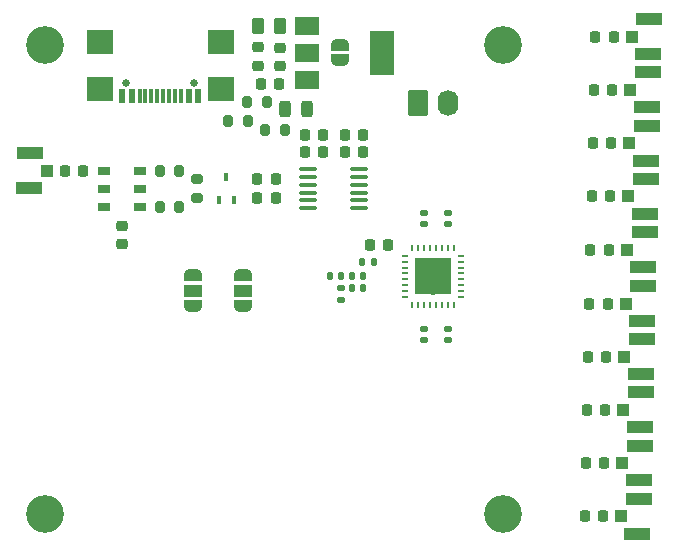
<source format=gbr>
%TF.GenerationSoftware,KiCad,Pcbnew,(7.0.0)*%
%TF.CreationDate,2023-06-21T12:56:18+01:00*%
%TF.ProjectId,CSAD10,43534144-3130-42e6-9b69-6361645f7063,0.2*%
%TF.SameCoordinates,Original*%
%TF.FileFunction,Soldermask,Top*%
%TF.FilePolarity,Negative*%
%FSLAX46Y46*%
G04 Gerber Fmt 4.6, Leading zero omitted, Abs format (unit mm)*
G04 Created by KiCad (PCBNEW (7.0.0)) date 2023-06-21 12:56:18*
%MOMM*%
%LPD*%
G01*
G04 APERTURE LIST*
G04 Aperture macros list*
%AMRoundRect*
0 Rectangle with rounded corners*
0 $1 Rounding radius*
0 $2 $3 $4 $5 $6 $7 $8 $9 X,Y pos of 4 corners*
0 Add a 4 corners polygon primitive as box body*
4,1,4,$2,$3,$4,$5,$6,$7,$8,$9,$2,$3,0*
0 Add four circle primitives for the rounded corners*
1,1,$1+$1,$2,$3*
1,1,$1+$1,$4,$5*
1,1,$1+$1,$6,$7*
1,1,$1+$1,$8,$9*
0 Add four rect primitives between the rounded corners*
20,1,$1+$1,$2,$3,$4,$5,0*
20,1,$1+$1,$4,$5,$6,$7,0*
20,1,$1+$1,$6,$7,$8,$9,0*
20,1,$1+$1,$8,$9,$2,$3,0*%
%AMFreePoly0*
4,1,19,0.500000,-0.750000,0.000000,-0.750000,0.000000,-0.744911,-0.071157,-0.744911,-0.207708,-0.704816,-0.327430,-0.627875,-0.420627,-0.520320,-0.479746,-0.390866,-0.500000,-0.250000,-0.500000,0.250000,-0.479746,0.390866,-0.420627,0.520320,-0.327430,0.627875,-0.207708,0.704816,-0.071157,0.744911,0.000000,0.744911,0.000000,0.750000,0.500000,0.750000,0.500000,-0.750000,0.500000,-0.750000,
$1*%
%AMFreePoly1*
4,1,19,0.000000,0.744911,0.071157,0.744911,0.207708,0.704816,0.327430,0.627875,0.420627,0.520320,0.479746,0.390866,0.500000,0.250000,0.500000,-0.250000,0.479746,-0.390866,0.420627,-0.520320,0.327430,-0.627875,0.207708,-0.704816,0.071157,-0.744911,0.000000,-0.744911,0.000000,-0.750000,-0.500000,-0.750000,-0.500000,0.750000,0.000000,0.750000,0.000000,0.744911,0.000000,0.744911,
$1*%
%AMFreePoly2*
4,1,19,0.550000,-0.750000,0.000000,-0.750000,0.000000,-0.744911,-0.071157,-0.744911,-0.207708,-0.704816,-0.327430,-0.627875,-0.420627,-0.520320,-0.479746,-0.390866,-0.500000,-0.250000,-0.500000,0.250000,-0.479746,0.390866,-0.420627,0.520320,-0.327430,0.627875,-0.207708,0.704816,-0.071157,0.744911,0.000000,0.744911,0.000000,0.750000,0.550000,0.750000,0.550000,-0.750000,0.550000,-0.750000,
$1*%
%AMFreePoly3*
4,1,19,0.000000,0.744911,0.071157,0.744911,0.207708,0.704816,0.327430,0.627875,0.420627,0.520320,0.479746,0.390866,0.500000,0.250000,0.500000,-0.250000,0.479746,-0.390866,0.420627,-0.520320,0.327430,-0.627875,0.207708,-0.704816,0.071157,-0.744911,0.000000,-0.744911,0.000000,-0.750000,-0.550000,-0.750000,-0.550000,0.750000,0.000000,0.750000,0.000000,0.744911,0.000000,0.744911,
$1*%
G04 Aperture macros list end*
%ADD10RoundRect,0.225000X-0.225000X-0.250000X0.225000X-0.250000X0.225000X0.250000X-0.225000X0.250000X0*%
%ADD11RoundRect,0.225000X0.225000X0.250000X-0.225000X0.250000X-0.225000X-0.250000X0.225000X-0.250000X0*%
%ADD12RoundRect,0.225000X0.250000X-0.225000X0.250000X0.225000X-0.250000X0.225000X-0.250000X-0.225000X0*%
%ADD13R,1.000000X1.000000*%
%ADD14R,2.200000X1.050000*%
%ADD15RoundRect,0.225000X-0.250000X0.225000X-0.250000X-0.225000X0.250000X-0.225000X0.250000X0.225000X0*%
%ADD16RoundRect,0.135000X0.185000X-0.135000X0.185000X0.135000X-0.185000X0.135000X-0.185000X-0.135000X0*%
%ADD17RoundRect,0.200000X0.200000X0.275000X-0.200000X0.275000X-0.200000X-0.275000X0.200000X-0.275000X0*%
%ADD18FreePoly0,90.000000*%
%ADD19FreePoly1,90.000000*%
%ADD20RoundRect,0.100000X-0.625000X-0.100000X0.625000X-0.100000X0.625000X0.100000X-0.625000X0.100000X0*%
%ADD21RoundRect,0.200000X-0.200000X-0.275000X0.200000X-0.275000X0.200000X0.275000X-0.200000X0.275000X0*%
%ADD22RoundRect,0.243750X-0.243750X-0.456250X0.243750X-0.456250X0.243750X0.456250X-0.243750X0.456250X0*%
%ADD23RoundRect,0.140000X0.140000X0.170000X-0.140000X0.170000X-0.140000X-0.170000X0.140000X-0.170000X0*%
%ADD24C,3.200000*%
%ADD25RoundRect,0.250000X-0.620000X-0.845000X0.620000X-0.845000X0.620000X0.845000X-0.620000X0.845000X0*%
%ADD26O,1.740000X2.190000*%
%ADD27RoundRect,0.140000X-0.170000X0.140000X-0.170000X-0.140000X0.170000X-0.140000X0.170000X0.140000X0*%
%ADD28FreePoly2,270.000000*%
%ADD29R,1.500000X1.000000*%
%ADD30FreePoly3,270.000000*%
%ADD31R,2.000000X1.500000*%
%ADD32R,2.000000X3.800000*%
%ADD33RoundRect,0.250000X-0.262500X-0.450000X0.262500X-0.450000X0.262500X0.450000X-0.262500X0.450000X0*%
%ADD34R,1.140000X0.760000*%
%ADD35RoundRect,0.140000X0.170000X-0.140000X0.170000X0.140000X-0.170000X0.140000X-0.170000X-0.140000X0*%
%ADD36R,0.450000X0.700000*%
%ADD37R,0.250000X0.600000*%
%ADD38R,0.600000X0.250000*%
%ADD39C,0.550000*%
%ADD40R,3.100000X3.100000*%
%ADD41RoundRect,0.200000X-0.275000X0.200000X-0.275000X-0.200000X0.275000X-0.200000X0.275000X0.200000X0*%
%ADD42RoundRect,0.140000X-0.140000X-0.170000X0.140000X-0.170000X0.140000X0.170000X-0.140000X0.170000X0*%
%ADD43C,0.650000*%
%ADD44R,0.600000X1.150000*%
%ADD45R,0.300000X1.150000*%
%ADD46R,2.180000X2.000000*%
G04 APERTURE END LIST*
D10*
%TO.C,C8*%
X146525000Y-90200000D03*
X148075000Y-90200000D03*
%TD*%
D11*
%TO.C,C28*%
X169275000Y-80400000D03*
X167725000Y-80400000D03*
%TD*%
D12*
%TO.C,C2*%
X141025000Y-82875000D03*
X141025000Y-81325000D03*
%TD*%
D13*
%TO.C,J12*%
X170099999Y-111999999D03*
D14*
X171499999Y-113474999D03*
X171599999Y-110524999D03*
%TD*%
D15*
%TO.C,C17*%
X127700000Y-96425000D03*
X127700000Y-97975000D03*
%TD*%
D10*
%TO.C,C32*%
X148650000Y-98000000D03*
X150200000Y-98000000D03*
%TD*%
D16*
%TO.C,R15*%
X146200000Y-102710000D03*
X146200000Y-101690000D03*
%TD*%
D17*
%TO.C,R5*%
X138325000Y-87500000D03*
X136675000Y-87500000D03*
%TD*%
D12*
%TO.C,C1*%
X139200000Y-82850000D03*
X139200000Y-81300000D03*
%TD*%
D10*
%TO.C,C16*%
X139125000Y-92445000D03*
X140675000Y-92445000D03*
%TD*%
D18*
%TO.C,JP3*%
X146100000Y-82400000D03*
D19*
X146100000Y-81100000D03*
%TD*%
D10*
%TO.C,C30*%
X146525000Y-88700000D03*
X148075000Y-88700000D03*
%TD*%
D11*
%TO.C,C25*%
X168475000Y-116500000D03*
X166925000Y-116500000D03*
%TD*%
D10*
%TO.C,C18*%
X139125000Y-94095000D03*
X140675000Y-94095000D03*
%TD*%
D13*
%TO.C,J9*%
X170699999Y-84899999D03*
D14*
X172099999Y-86374999D03*
X172199999Y-83424999D03*
%TD*%
D10*
%TO.C,C10*%
X122825000Y-91750000D03*
X124375000Y-91750000D03*
%TD*%
D13*
%TO.C,J8*%
X170599999Y-89424999D03*
D14*
X171999999Y-90899999D03*
X172099999Y-87949999D03*
%TD*%
D20*
%TO.C,U2*%
X143450000Y-91645000D03*
X143450000Y-92295000D03*
X143450000Y-92945000D03*
X143450000Y-93595000D03*
X143450000Y-94245000D03*
X143450000Y-94895000D03*
X147750000Y-94895000D03*
X147750000Y-94245000D03*
X147750000Y-93595000D03*
X147750000Y-92945000D03*
X147750000Y-92295000D03*
X147750000Y-91645000D03*
%TD*%
D13*
%TO.C,J11*%
X169999999Y-116499999D03*
D14*
X171399999Y-117974999D03*
X171499999Y-115024999D03*
%TD*%
D21*
%TO.C,R10*%
X130875000Y-91750000D03*
X132525000Y-91750000D03*
%TD*%
D22*
%TO.C,D1*%
X141462500Y-86500000D03*
X143337500Y-86500000D03*
%TD*%
D23*
%TO.C,C22*%
X148100000Y-100700000D03*
X147140000Y-100700000D03*
%TD*%
D11*
%TO.C,C9*%
X168975000Y-93925000D03*
X167425000Y-93925000D03*
%TD*%
D24*
%TO.C,H2*%
X159900000Y-81100000D03*
%TD*%
D11*
%TO.C,C19*%
X169075000Y-89425000D03*
X167525000Y-89425000D03*
%TD*%
D24*
%TO.C,H1*%
X121100000Y-81100000D03*
%TD*%
D25*
%TO.C,J1*%
X152760000Y-86000000D03*
D26*
X155299999Y-85999999D03*
%TD*%
D27*
%TO.C,C12*%
X155300000Y-95340000D03*
X155300000Y-96300000D03*
%TD*%
D21*
%TO.C,R12*%
X130875000Y-94790000D03*
X132525000Y-94790000D03*
%TD*%
D28*
%TO.C,JP1*%
X133700000Y-100600000D03*
D29*
X133699999Y-101899999D03*
D30*
X133700000Y-103200000D03*
%TD*%
D11*
%TO.C,C27*%
X168675000Y-107500000D03*
X167125000Y-107500000D03*
%TD*%
%TO.C,C24*%
X168375000Y-121000000D03*
X166825000Y-121000000D03*
%TD*%
D31*
%TO.C,U1*%
X143337499Y-79499999D03*
X143337499Y-81799999D03*
D32*
X149637499Y-81799999D03*
D31*
X143337499Y-84099999D03*
%TD*%
D33*
%TO.C,FB1*%
X139200000Y-79500000D03*
X141025000Y-79500000D03*
%TD*%
D11*
%TO.C,C26*%
X168575000Y-112000000D03*
X167025000Y-112000000D03*
%TD*%
%TO.C,C20*%
X169175000Y-84900000D03*
X167625000Y-84900000D03*
%TD*%
D13*
%TO.C,J13*%
X170199999Y-107499999D03*
D14*
X171599999Y-108974999D03*
X171699999Y-106024999D03*
%TD*%
D34*
%TO.C,T1*%
X129224999Y-91749999D03*
X129224999Y-93269999D03*
X129224999Y-94789999D03*
X126174999Y-94789999D03*
X126174999Y-93269999D03*
X126174999Y-91749999D03*
%TD*%
D24*
%TO.C,H4*%
X159900000Y-120800000D03*
%TD*%
D23*
%TO.C,C23*%
X148100000Y-101700000D03*
X147140000Y-101700000D03*
%TD*%
D13*
%TO.C,J5*%
X170399999Y-98449999D03*
D14*
X171799999Y-99924999D03*
X171899999Y-96974999D03*
%TD*%
D35*
%TO.C,C14*%
X153250000Y-106080000D03*
X153250000Y-105120000D03*
%TD*%
D11*
%TO.C,C29*%
X168775000Y-103000000D03*
X167225000Y-103000000D03*
%TD*%
D13*
%TO.C,J15*%
X170299999Y-102999999D03*
D14*
X171699999Y-104474999D03*
X171799999Y-101524999D03*
%TD*%
D17*
%TO.C,R1*%
X139925000Y-85900000D03*
X138275000Y-85900000D03*
%TD*%
D10*
%TO.C,C3*%
X139425000Y-84400000D03*
X140975000Y-84400000D03*
%TD*%
D36*
%TO.C,D2*%
X135849999Y-94269999D03*
X137149999Y-94269999D03*
X136499999Y-92269999D03*
%TD*%
D28*
%TO.C,JP2*%
X137900000Y-100600000D03*
D29*
X137899999Y-101899999D03*
D30*
X137900000Y-103200000D03*
%TD*%
D13*
%TO.C,J14*%
X170799999Y-80399999D03*
D14*
X172199999Y-81874999D03*
X172299999Y-78924999D03*
%TD*%
D13*
%TO.C,J6*%
X170499999Y-93924999D03*
D14*
X171899999Y-95399999D03*
X171999999Y-92449999D03*
%TD*%
D11*
%TO.C,C7*%
X144675000Y-90200000D03*
X143125000Y-90200000D03*
%TD*%
D27*
%TO.C,C13*%
X153250000Y-95340000D03*
X153250000Y-96300000D03*
%TD*%
D37*
%TO.C,U3*%
X155749999Y-98299999D03*
X155249999Y-98299999D03*
X154749999Y-98299999D03*
X154249999Y-98299999D03*
X153749999Y-98299999D03*
X153249999Y-98299999D03*
X152749999Y-98299999D03*
X152249999Y-98299999D03*
D38*
X151599999Y-98949999D03*
X151599999Y-99449999D03*
X151599999Y-99949999D03*
X151599999Y-100449999D03*
X151599999Y-100949999D03*
X151599999Y-101449999D03*
X151599999Y-101949999D03*
X151599999Y-102449999D03*
D37*
X152249999Y-103099999D03*
X152749999Y-103099999D03*
X153249999Y-103099999D03*
X153749999Y-103099999D03*
X154249999Y-103099999D03*
X154749999Y-103099999D03*
X155249999Y-103099999D03*
X155749999Y-103099999D03*
D38*
X156399999Y-102449999D03*
X156399999Y-101949999D03*
X156399999Y-101449999D03*
X156399999Y-100949999D03*
X156399999Y-100449999D03*
X156399999Y-99949999D03*
X156399999Y-99449999D03*
X156399999Y-98949999D03*
D39*
X154000000Y-99400000D03*
X155300000Y-100700000D03*
X154000000Y-100700000D03*
D40*
X153999999Y-100699999D03*
D39*
X152700000Y-100700000D03*
X154000000Y-102000000D03*
%TD*%
D35*
%TO.C,C15*%
X155250000Y-106080000D03*
X155250000Y-105120000D03*
%TD*%
D11*
%TO.C,C6*%
X168875000Y-98450000D03*
X167325000Y-98450000D03*
%TD*%
D41*
%TO.C,R11*%
X134000000Y-92445000D03*
X134000000Y-94095000D03*
%TD*%
D11*
%TO.C,C31*%
X144675000Y-88700000D03*
X143125000Y-88700000D03*
%TD*%
D42*
%TO.C,C11*%
X148020000Y-99450000D03*
X148980000Y-99450000D03*
%TD*%
D13*
%TO.C,J10*%
X169899999Y-120999999D03*
D14*
X171299999Y-122474999D03*
X171399999Y-119524999D03*
%TD*%
D13*
%TO.C,J7*%
X121299999Y-91749999D03*
D14*
X119899999Y-90274999D03*
X119799999Y-93224999D03*
%TD*%
D17*
%TO.C,R4*%
X141425000Y-88300000D03*
X139775000Y-88300000D03*
%TD*%
D24*
%TO.C,H3*%
X121100000Y-120800000D03*
%TD*%
D43*
%TO.C,J2*%
X133790000Y-84315000D03*
X128010000Y-84315000D03*
D44*
X134099999Y-85389999D03*
X133299999Y-85389999D03*
D45*
X132149999Y-85389999D03*
X131149999Y-85389999D03*
X130649999Y-85389999D03*
X129649999Y-85389999D03*
D44*
X128499999Y-85389999D03*
X127699999Y-85389999D03*
X127699999Y-85389999D03*
X128499999Y-85389999D03*
D45*
X129149999Y-85389999D03*
X130149999Y-85389999D03*
X131649999Y-85389999D03*
X132649999Y-85389999D03*
D44*
X133299999Y-85389999D03*
X134099999Y-85389999D03*
D46*
X136009999Y-84814999D03*
X136009999Y-80884999D03*
X125789999Y-84814999D03*
X125789999Y-80884999D03*
%TD*%
D23*
%TO.C,C21*%
X146200000Y-100700000D03*
X145240000Y-100700000D03*
%TD*%
M02*

</source>
